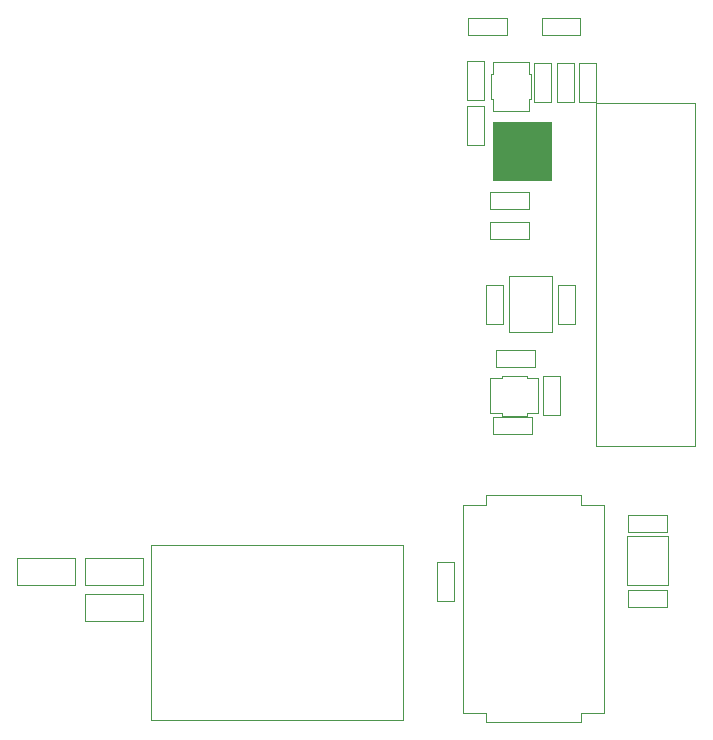
<source format=gbr>
G04 #@! TF.GenerationSoftware,KiCad,Pcbnew,9.0.6*
G04 #@! TF.CreationDate,2026-01-15T23:38:00-05:00*
G04 #@! TF.ProjectId,telemetry_transmitter,74656c65-6d65-4747-9279-5f7472616e73,rev?*
G04 #@! TF.SameCoordinates,Original*
G04 #@! TF.FileFunction,Other,User*
%FSLAX46Y46*%
G04 Gerber Fmt 4.6, Leading zero omitted, Abs format (unit mm)*
G04 Created by KiCad (PCBNEW 9.0.6) date 2026-01-15 23:38:00*
%MOMM*%
%LPD*%
G01*
G04 APERTURE LIST*
%ADD10C,0.050000*%
%ADD11C,0.100000*%
G04 APERTURE END LIST*
D10*
G04 #@! TO.C,C9*
X147783800Y-81712800D02*
X149243800Y-81712800D01*
X147783800Y-85012800D02*
X147783800Y-81712800D01*
X149243800Y-81712800D02*
X149243800Y-85012800D01*
X149243800Y-85012800D02*
X147783800Y-85012800D01*
G04 #@! TO.C,R10*
X154128200Y-74250800D02*
X157428200Y-74250800D01*
X154128200Y-75710800D02*
X154128200Y-74250800D01*
X157428200Y-74250800D02*
X157428200Y-75710800D01*
X157428200Y-75710800D02*
X154128200Y-75710800D01*
G04 #@! TO.C,C1*
X161468800Y-122637800D02*
X164768800Y-122637800D01*
X161468800Y-124097800D02*
X161468800Y-122637800D01*
X164768800Y-122637800D02*
X164768800Y-124097800D01*
X164768800Y-124097800D02*
X161468800Y-124097800D01*
G04 #@! TO.C,C6*
X157308800Y-78029800D02*
X158768800Y-78029800D01*
X157308800Y-81329800D02*
X157308800Y-78029800D01*
X158768800Y-78029800D02*
X158768800Y-81329800D01*
X158768800Y-81329800D02*
X157308800Y-81329800D01*
G04 #@! TO.C,U4*
X151412800Y-100855800D02*
X151412800Y-96095800D01*
X151412800Y-100855800D02*
X155012800Y-100855800D01*
X155012800Y-96095800D02*
X151412800Y-96095800D01*
X155012800Y-96095800D02*
X155012800Y-100855800D01*
G04 #@! TO.C,D1*
X109741800Y-119951800D02*
X114641800Y-119951800D01*
X109741800Y-122211800D02*
X109741800Y-119951800D01*
X114641800Y-119951800D02*
X114641800Y-122211800D01*
X114641800Y-122211800D02*
X109741800Y-122211800D01*
D11*
G04 #@! TO.C,L1*
X154900800Y-87971800D02*
X150000800Y-87971800D01*
X150000800Y-83071800D01*
X154900800Y-83071800D01*
X154900800Y-87971800D01*
G36*
X154900800Y-87971800D02*
G01*
X150000800Y-87971800D01*
X150000800Y-83071800D01*
X154900800Y-83071800D01*
X154900800Y-87971800D01*
G37*
D10*
G04 #@! TO.C,C14*
X154260800Y-104572800D02*
X155720800Y-104572800D01*
X154260800Y-107872800D02*
X154260800Y-104572800D01*
X155720800Y-104572800D02*
X155720800Y-107872800D01*
X155720800Y-107872800D02*
X154260800Y-107872800D01*
G04 #@! TO.C,C2*
X161468800Y-116287800D02*
X164768800Y-116287800D01*
X161468800Y-117747800D02*
X161468800Y-116287800D01*
X164768800Y-116287800D02*
X164768800Y-117747800D01*
X164768800Y-117747800D02*
X161468800Y-117747800D01*
G04 #@! TO.C,C8*
X153498800Y-78029800D02*
X154958800Y-78029800D01*
X153498800Y-81329800D02*
X153498800Y-78029800D01*
X154958800Y-78029800D02*
X154958800Y-81329800D01*
X154958800Y-81329800D02*
X153498800Y-81329800D01*
G04 #@! TO.C,C12*
X150038800Y-108032800D02*
X153338800Y-108032800D01*
X150038800Y-109492800D02*
X150038800Y-108032800D01*
X153338800Y-108032800D02*
X153338800Y-109492800D01*
X153338800Y-109492800D02*
X150038800Y-109492800D01*
G04 #@! TO.C,R9*
X147783800Y-77902800D02*
X149243800Y-77902800D01*
X147783800Y-81202800D02*
X147783800Y-77902800D01*
X149243800Y-77902800D02*
X149243800Y-81202800D01*
X149243800Y-81202800D02*
X147783800Y-81202800D01*
G04 #@! TO.C,C15*
X150303800Y-102320800D02*
X153603800Y-102320800D01*
X150303800Y-103780800D02*
X150303800Y-102320800D01*
X153603800Y-102320800D02*
X153603800Y-103780800D01*
X153603800Y-103780800D02*
X150303800Y-103780800D01*
G04 #@! TO.C,C3*
X145243800Y-120320800D02*
X146703800Y-120320800D01*
X145243800Y-123620800D02*
X145243800Y-120320800D01*
X146703800Y-120320800D02*
X146703800Y-123620800D01*
X146703800Y-123620800D02*
X145243800Y-123620800D01*
G04 #@! TO.C,D2*
X115456800Y-119951800D02*
X120356800Y-119951800D01*
X115456800Y-122211800D02*
X115456800Y-119951800D01*
X120356800Y-119951800D02*
X120356800Y-122211800D01*
X120356800Y-122211800D02*
X115456800Y-122211800D01*
G04 #@! TO.C,U3*
X149861800Y-79010800D02*
X150061800Y-79010800D01*
X149861800Y-81110800D02*
X149861800Y-79010800D01*
X150061800Y-78010800D02*
X153061800Y-78010800D01*
X150061800Y-79010800D02*
X150061800Y-78010800D01*
X150061800Y-81110800D02*
X149861800Y-81110800D01*
X150061800Y-82110800D02*
X150061800Y-81110800D01*
X153061800Y-78010800D02*
X153061800Y-79010800D01*
X153061800Y-79010800D02*
X153261800Y-79010800D01*
X153061800Y-81110800D02*
X153061800Y-82110800D01*
X153061800Y-82110800D02*
X150061800Y-82110800D01*
X153261800Y-79010800D02*
X153261800Y-81110800D01*
X153261800Y-81110800D02*
X153061800Y-81110800D01*
G04 #@! TO.C,U5*
X149765800Y-104722800D02*
X150765800Y-104722800D01*
X149765800Y-107722800D02*
X149765800Y-104722800D01*
X150765800Y-104522800D02*
X152865800Y-104522800D01*
X150765800Y-104722800D02*
X150765800Y-104522800D01*
X150765800Y-107722800D02*
X149765800Y-107722800D01*
X150765800Y-107922800D02*
X150765800Y-107722800D01*
X152865800Y-104522800D02*
X152865800Y-104722800D01*
X152865800Y-104722800D02*
X153865800Y-104722800D01*
X152865800Y-107722800D02*
X152865800Y-107922800D01*
X152865800Y-107922800D02*
X150765800Y-107922800D01*
X153865800Y-104722800D02*
X153865800Y-107722800D01*
X153865800Y-107722800D02*
X152865800Y-107722800D01*
G04 #@! TO.C,R11*
X147879800Y-74250800D02*
X151179800Y-74250800D01*
X147879800Y-75710800D02*
X147879800Y-74250800D01*
X151179800Y-74250800D02*
X151179800Y-75710800D01*
X151179800Y-75710800D02*
X147879800Y-75710800D01*
G04 #@! TO.C,D3*
X115456800Y-122999800D02*
X120356800Y-122999800D01*
X115456800Y-125259800D02*
X115456800Y-122999800D01*
X120356800Y-122999800D02*
X120356800Y-125259800D01*
X120356800Y-125259800D02*
X115456800Y-125259800D01*
G04 #@! TO.C,C10*
X149784800Y-91522800D02*
X153084800Y-91522800D01*
X149784800Y-92982800D02*
X149784800Y-91522800D01*
X153084800Y-91522800D02*
X153084800Y-92982800D01*
X153084800Y-92982800D02*
X149784800Y-92982800D01*
G04 #@! TO.C,R12*
X149434800Y-96825800D02*
X150894800Y-96825800D01*
X149434800Y-100125800D02*
X149434800Y-96825800D01*
X150894800Y-96825800D02*
X150894800Y-100125800D01*
X150894800Y-100125800D02*
X149434800Y-100125800D01*
G04 #@! TO.C,C13*
X155530800Y-96825800D02*
X156990800Y-96825800D01*
X155530800Y-100125800D02*
X155530800Y-96825800D01*
X156990800Y-96825800D02*
X156990800Y-100125800D01*
X156990800Y-100125800D02*
X155530800Y-100125800D01*
G04 #@! TO.C,J3*
X121074800Y-118863800D02*
X121074800Y-133713800D01*
X121074800Y-133713800D02*
X142424800Y-133713800D01*
X142424800Y-118863800D02*
X121074800Y-118863800D01*
X142424800Y-133713800D02*
X142424800Y-118863800D01*
G04 #@! TO.C,U1*
X147516800Y-115446800D02*
X149466800Y-115446800D01*
X147516800Y-133066800D02*
X147516800Y-115446800D01*
X149466800Y-114656800D02*
X157466800Y-114656800D01*
X149466800Y-115446800D02*
X149466800Y-114656800D01*
X149466800Y-133066800D02*
X147516800Y-133066800D01*
X149466800Y-133856800D02*
X149466800Y-133066800D01*
X157466800Y-114656800D02*
X157466800Y-115446800D01*
X157466800Y-115446800D02*
X159416800Y-115446800D01*
X157466800Y-133066800D02*
X157466800Y-133856800D01*
X157466800Y-133856800D02*
X149466800Y-133856800D01*
X159416800Y-115446800D02*
X159416800Y-133066800D01*
X159416800Y-133066800D02*
X157466800Y-133066800D01*
G04 #@! TO.C,J2*
X158761800Y-81410800D02*
X167161800Y-81410800D01*
X158761800Y-110460800D02*
X158761800Y-81410800D01*
X167161800Y-81410800D02*
X167161800Y-110460800D01*
X167161800Y-110460800D02*
X158761800Y-110460800D01*
G04 #@! TO.C,C11*
X149784800Y-88982800D02*
X153084800Y-88982800D01*
X149784800Y-90442800D02*
X149784800Y-88982800D01*
X153084800Y-88982800D02*
X153084800Y-90442800D01*
X153084800Y-90442800D02*
X149784800Y-90442800D01*
G04 #@! TO.C,C7*
X155403800Y-78029800D02*
X156863800Y-78029800D01*
X155403800Y-81329800D02*
X155403800Y-78029800D01*
X156863800Y-78029800D02*
X156863800Y-81329800D01*
X156863800Y-81329800D02*
X155403800Y-81329800D01*
G04 #@! TO.C,Y1*
X161368800Y-122292800D02*
X164868800Y-122292800D01*
X164868800Y-118092800D01*
X161368800Y-118092800D01*
X161368800Y-122292800D01*
G04 #@! TD*
M02*

</source>
